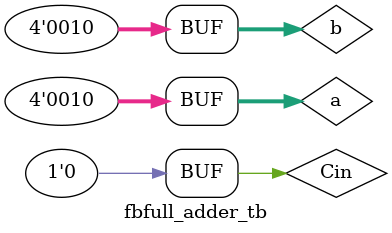
<source format=v>

module fbfull_adder(a,b,Cin,s,Co);
input [3:0]a,b;
input Cin;
output [3:0]s;
output Co;
assign {Co,s}=a+b+Cin;
endmodule

//Test Bench:

module fbfull_adder_tb();
reg [3:0]a,b;
reg Cin;
wire [3:0]s;
wire Co;
fbfull_adder f1(a,b,Cin,s,Co);
initial
begin
	$monitor($time," A=%b B=%b Cin=%b Sum=%b Co=%b",a,b,Cin,s,Co);
end
/*initial
begin
	a[0]=1'b0; 
*/
initial 
begin
a = 0;
b = 0;
Cin = 0;
#5;

a = 2;
b = 3;
Cin = 1;
#5;

a = 2;
b = 2;
Cin = 0;
#5;

end
initial 
begin
$dumpfile("fbfull_adder.dump");
$dumpvars(0,fbfull_adder_tb);
end
endmodule


</source>
